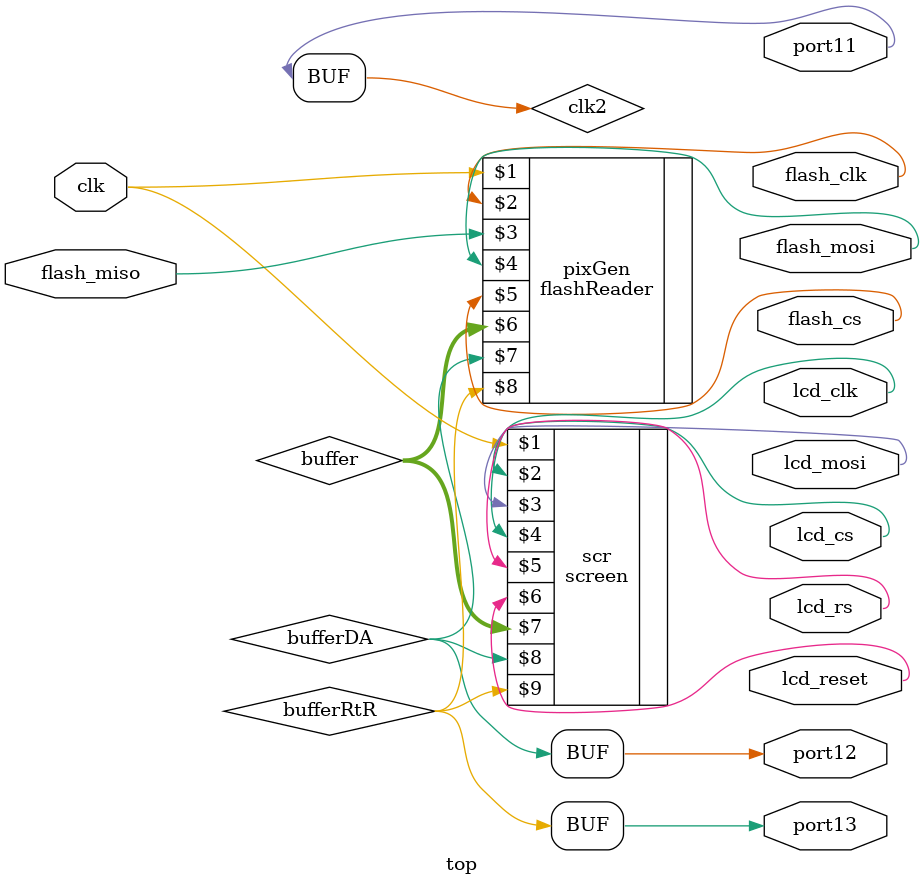
<source format=v>

`timescale 1ps/1ps
module top
    #(
        parameter CLOCK_DIVIDER = 16'd27 // 100KHz
    )
    (
        // Clock
        input clk,

        // SPI LCD
        output lcd_clk,
        output lcd_mosi,
        output lcd_cs,
        output lcd_rs,
        output lcd_reset,

        // SPI Flash
        output flash_clk,
        input  flash_miso,
        output flash_mosi,
        output flash_cs,

	// Debug
        output reg port11,
        output reg port12,
        output reg port13
    );

    assign port11 = clk2;
    assign port12 = bufferDA;
    assign port13 = bufferRtR;
    
    
// clock divider
   // reg [15:0] clkDiv = 0; 
    //reg clk2 = 0;
/*
    always @(posedge clk) begin // clock prescaler
        if (clkDiv == CLOCK_DIVIDER) begin
            clk2 <= ~clk2;
            clkDiv <= 0;
        end else clkDiv <= clkDiv + 1;

        // PRNG data
      //  buffer <= {buffer[254:0], rbit};
    end
*/

    reg [255:0] buffer;
    wire bufferDA;// = 1;
    wire bufferRtR;
    //wire rbit;

    screen #() scr(
        clk,

        lcd_clk,
        lcd_mosi,
        lcd_cs,
        lcd_rs,
        lcd_reset,

        buffer,
        bufferDA,
        bufferRtR
    );
/*
    lfsr #() gen(
        clk,
        rbit
    );
*/

    flashReader #() pixGen (
        clk,
        flash_clk,
        flash_miso,
        flash_mosi,
        flash_cs,

        buffer,
        bufferDA,
        bufferRtR
    );
endmodule
</source>
